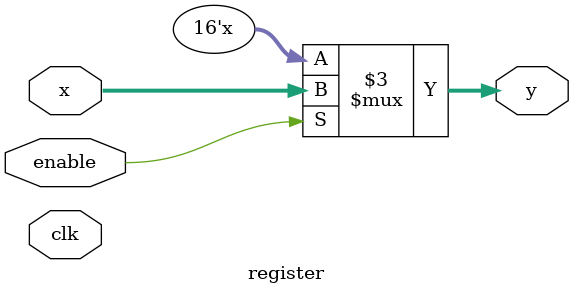
<source format=v>
module register(x, clk, enable, y);
    //4-bit register
    //given in lecture 10 - modified
    input [15:0] x;
    input clk, enable;
    output reg [15:0] y;

    always @(clk or  enable) begin
        if (enable == 1'b1)
            y <= x; 
        
    end

endmodule
</source>
